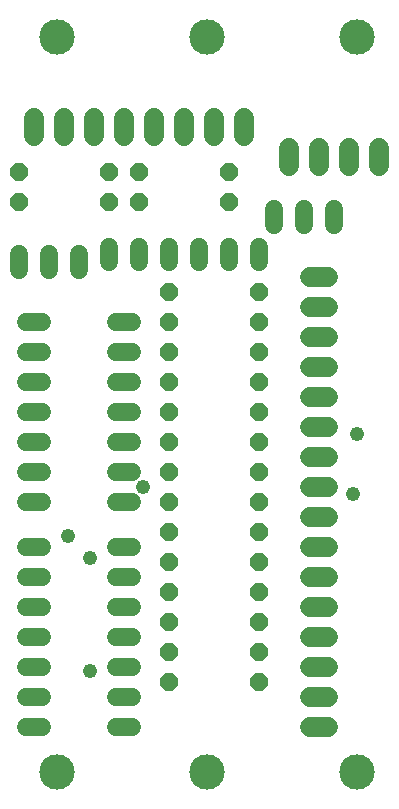
<source format=gbs>
G75*
%MOIN*%
%OFA0B0*%
%FSLAX25Y25*%
%IPPOS*%
%LPD*%
%AMOC8*
5,1,8,0,0,1.08239X$1,22.5*
%
%ADD10C,0.11824*%
%ADD11C,0.06000*%
%ADD12OC8,0.06000*%
%ADD13C,0.06800*%
%ADD14C,0.04800*%
D10*
X0021000Y0011000D03*
X0071000Y0011000D03*
X0121000Y0011000D03*
X0121000Y0256000D03*
X0071000Y0256000D03*
X0021000Y0256000D03*
D11*
X0016100Y0026000D02*
X0010900Y0026000D01*
X0010900Y0036000D02*
X0016100Y0036000D01*
X0016100Y0046000D02*
X0010900Y0046000D01*
X0010900Y0056000D02*
X0016100Y0056000D01*
X0016100Y0066000D02*
X0010900Y0066000D01*
X0010900Y0076000D02*
X0016100Y0076000D01*
X0016100Y0086000D02*
X0010900Y0086000D01*
X0010900Y0101000D02*
X0016100Y0101000D01*
X0016100Y0111000D02*
X0010900Y0111000D01*
X0010900Y0121000D02*
X0016100Y0121000D01*
X0016100Y0131000D02*
X0010900Y0131000D01*
X0010900Y0141000D02*
X0016100Y0141000D01*
X0016100Y0151000D02*
X0010900Y0151000D01*
X0010900Y0161000D02*
X0016100Y0161000D01*
X0018500Y0178400D02*
X0018500Y0183600D01*
X0008500Y0183600D02*
X0008500Y0178400D01*
X0028500Y0178400D02*
X0028500Y0183600D01*
X0038500Y0186100D02*
X0038500Y0180900D01*
X0048500Y0180900D02*
X0048500Y0186100D01*
X0058500Y0186100D02*
X0058500Y0180900D01*
X0068500Y0180900D02*
X0068500Y0186100D01*
X0078500Y0186100D02*
X0078500Y0180900D01*
X0088500Y0180900D02*
X0088500Y0186100D01*
X0093500Y0193400D02*
X0093500Y0198600D01*
X0103500Y0198600D02*
X0103500Y0193400D01*
X0113500Y0193400D02*
X0113500Y0198600D01*
X0046100Y0161000D02*
X0040900Y0161000D01*
X0040900Y0151000D02*
X0046100Y0151000D01*
X0046100Y0141000D02*
X0040900Y0141000D01*
X0040900Y0131000D02*
X0046100Y0131000D01*
X0046100Y0121000D02*
X0040900Y0121000D01*
X0040900Y0111000D02*
X0046100Y0111000D01*
X0046100Y0101000D02*
X0040900Y0101000D01*
X0040900Y0086000D02*
X0046100Y0086000D01*
X0046100Y0076000D02*
X0040900Y0076000D01*
X0040900Y0066000D02*
X0046100Y0066000D01*
X0046100Y0056000D02*
X0040900Y0056000D01*
X0040900Y0046000D02*
X0046100Y0046000D01*
X0046100Y0036000D02*
X0040900Y0036000D01*
X0040900Y0026000D02*
X0046100Y0026000D01*
D12*
X0058500Y0041000D03*
X0058500Y0051000D03*
X0058500Y0061000D03*
X0058500Y0071000D03*
X0058500Y0081000D03*
X0058500Y0091000D03*
X0058500Y0101000D03*
X0058500Y0111000D03*
X0058500Y0121000D03*
X0058500Y0131000D03*
X0058500Y0141000D03*
X0058500Y0151000D03*
X0058500Y0161000D03*
X0058500Y0171000D03*
X0048500Y0201000D03*
X0048500Y0211000D03*
X0038500Y0211000D03*
X0038500Y0201000D03*
X0008500Y0201000D03*
X0008500Y0211000D03*
X0078500Y0211000D03*
X0078500Y0201000D03*
X0088500Y0171000D03*
X0088500Y0161000D03*
X0088500Y0151000D03*
X0088500Y0141000D03*
X0088500Y0131000D03*
X0088500Y0121000D03*
X0088500Y0111000D03*
X0088500Y0101000D03*
X0088500Y0091000D03*
X0088500Y0081000D03*
X0088500Y0071000D03*
X0088500Y0061000D03*
X0088500Y0051000D03*
X0088500Y0041000D03*
D13*
X0105500Y0036000D02*
X0111500Y0036000D01*
X0111500Y0046000D02*
X0105500Y0046000D01*
X0105500Y0056000D02*
X0111500Y0056000D01*
X0111500Y0066000D02*
X0105500Y0066000D01*
X0105500Y0076000D02*
X0111500Y0076000D01*
X0111500Y0086000D02*
X0105500Y0086000D01*
X0105500Y0096000D02*
X0111500Y0096000D01*
X0111500Y0106000D02*
X0105500Y0106000D01*
X0105500Y0116000D02*
X0111500Y0116000D01*
X0111500Y0126000D02*
X0105500Y0126000D01*
X0105500Y0136000D02*
X0111500Y0136000D01*
X0111500Y0146000D02*
X0105500Y0146000D01*
X0105500Y0156000D02*
X0111500Y0156000D01*
X0111500Y0166000D02*
X0105500Y0166000D01*
X0105500Y0176000D02*
X0111500Y0176000D01*
X0108500Y0213000D02*
X0108500Y0219000D01*
X0098500Y0219000D02*
X0098500Y0213000D01*
X0083500Y0223000D02*
X0083500Y0229000D01*
X0073500Y0229000D02*
X0073500Y0223000D01*
X0063500Y0223000D02*
X0063500Y0229000D01*
X0053500Y0229000D02*
X0053500Y0223000D01*
X0043500Y0223000D02*
X0043500Y0229000D01*
X0033500Y0229000D02*
X0033500Y0223000D01*
X0023500Y0223000D02*
X0023500Y0229000D01*
X0013500Y0229000D02*
X0013500Y0223000D01*
X0105500Y0026000D02*
X0111500Y0026000D01*
X0118500Y0213000D02*
X0118500Y0219000D01*
X0128500Y0219000D02*
X0128500Y0213000D01*
D14*
X0121000Y0123500D03*
X0119750Y0103500D03*
X0049750Y0106000D03*
X0032250Y0082250D03*
X0024750Y0089750D03*
X0032250Y0044750D03*
M02*

</source>
